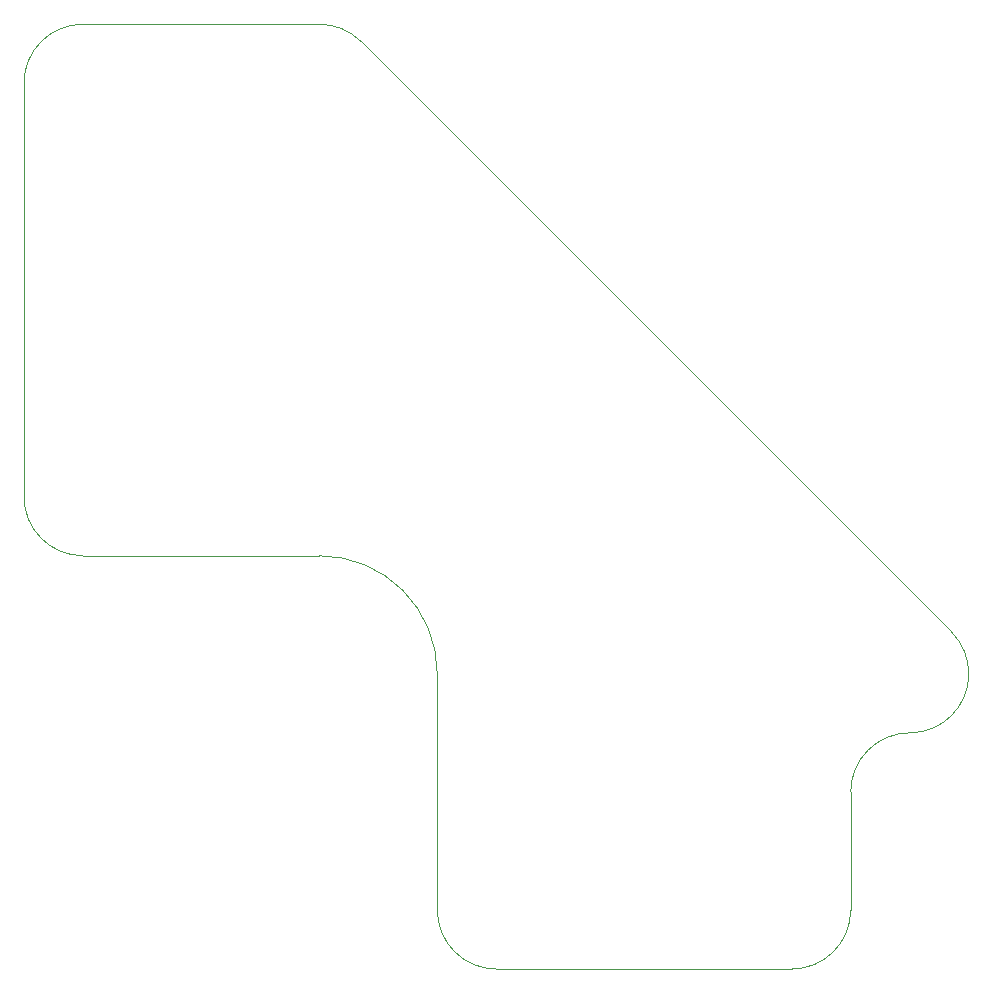
<source format=gbr>
%TF.GenerationSoftware,KiCad,Pcbnew,8.0.6*%
%TF.CreationDate,2025-01-24T14:08:05+11:00*%
%TF.ProjectId,STM32F070F6P6-Robot-Arm-2,53544d33-3246-4303-9730-463650362d52,rev?*%
%TF.SameCoordinates,Original*%
%TF.FileFunction,Profile,NP*%
%FSLAX46Y46*%
G04 Gerber Fmt 4.6, Leading zero omitted, Abs format (unit mm)*
G04 Created by KiCad (PCBNEW 8.0.6) date 2025-01-24 14:08:05*
%MOMM*%
%LPD*%
G01*
G04 APERTURE LIST*
%TA.AperFunction,Profile*%
%ADD10C,0.050000*%
%TD*%
G04 APERTURE END LIST*
D10*
X75000000Y-45000000D02*
G75*
G02*
X78535534Y-46464466I0J-5000000D01*
G01*
X130000000Y-100000000D02*
G75*
G02*
X125000000Y-105000000I-5000000J0D01*
G01*
X50000000Y-85000000D02*
X50000000Y-60000000D01*
X128535534Y-96464466D02*
G75*
G02*
X130000000Y-100000000I-3535534J-3535534D01*
G01*
X120000000Y-110000000D02*
G75*
G02*
X125000000Y-105000000I5000000J0D01*
G01*
X55000000Y-90000000D02*
G75*
G02*
X50000000Y-85000000I0J5000000D01*
G01*
X50000000Y-60000000D02*
X50000000Y-50000000D01*
X65000000Y-90000000D02*
X75000000Y-90000000D01*
X50000000Y-50000000D02*
G75*
G02*
X55000000Y-45000000I5000000J0D01*
G01*
X65000000Y-45000000D02*
X75000000Y-45000000D01*
X120000000Y-120000000D02*
G75*
G02*
X115000000Y-125000000I-5000000J0D01*
G01*
X55000000Y-45000000D02*
X65000000Y-45000000D01*
X120000000Y-110000000D02*
X120000000Y-120000000D01*
X78535534Y-46464466D02*
X128535534Y-96464466D01*
X85000000Y-100000000D02*
X85000000Y-120000000D01*
X75000000Y-90000000D02*
G75*
G02*
X85000000Y-100000000I0J-10000000D01*
G01*
X90000000Y-125000000D02*
G75*
G02*
X85000000Y-120000000I0J5000000D01*
G01*
X115000000Y-125000000D02*
X90000000Y-125000000D01*
X55000000Y-90000000D02*
X65000000Y-90000000D01*
M02*

</source>
